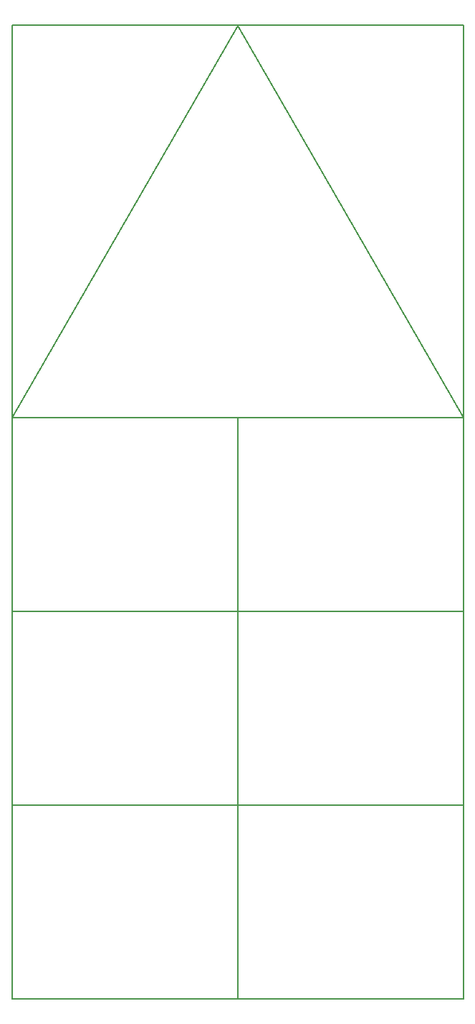
<source format=gbr>
%FSLAX34Y34*%
G04 Gerber Fmt 3.4, Leading zero omitted, Abs format*
G04 (created by PCBNEW (2014-02-03 BZR 4657)-product) date Wed 05 Mar 2014 09:35:53 PM CST*
%MOIN*%
G01*
G70*
G90*
G04 APERTURE LIST*
%ADD10C,0.006000*%
%ADD11C,0.005000*%
G04 APERTURE END LIST*
G54D10*
G54D11*
X29000Y-58000D02*
X39500Y-58000D01*
X29000Y-58000D02*
X29000Y-49000D01*
X29000Y-49000D02*
X39500Y-49000D01*
X39500Y-49000D02*
X39500Y-58000D01*
X50000Y-49000D02*
X50000Y-58000D01*
X39500Y-49000D02*
X50000Y-49000D01*
X39500Y-58000D02*
X39500Y-49000D01*
X39500Y-58000D02*
X50000Y-58000D01*
X29000Y-67000D02*
X39500Y-67000D01*
X29000Y-67000D02*
X29000Y-58000D01*
X29000Y-58000D02*
X39500Y-58000D01*
X39500Y-58000D02*
X39500Y-67000D01*
X50000Y-58000D02*
X50000Y-67000D01*
X39500Y-58000D02*
X50000Y-58000D01*
X39500Y-67000D02*
X39500Y-58000D01*
X39500Y-67000D02*
X50000Y-67000D01*
X39500Y-49000D02*
X50000Y-49000D01*
X39500Y-49000D02*
X39500Y-40000D01*
X39500Y-40000D02*
X50000Y-40000D01*
X50000Y-40000D02*
X50000Y-49000D01*
X39500Y-40000D02*
X39500Y-49000D01*
X29000Y-40000D02*
X39500Y-40000D01*
X29000Y-49000D02*
X29000Y-40000D01*
X29000Y-49000D02*
X39500Y-49000D01*
X29000Y-21750D02*
X29000Y-40000D01*
X50000Y-21750D02*
X29000Y-21750D01*
X50000Y-40000D02*
X50000Y-21750D01*
X39500Y-21800D02*
X29000Y-40000D01*
X50000Y-40000D02*
X39500Y-21800D01*
X39500Y-40000D02*
X29000Y-40000D01*
X39500Y-40000D02*
X50000Y-40000D01*
M02*

</source>
